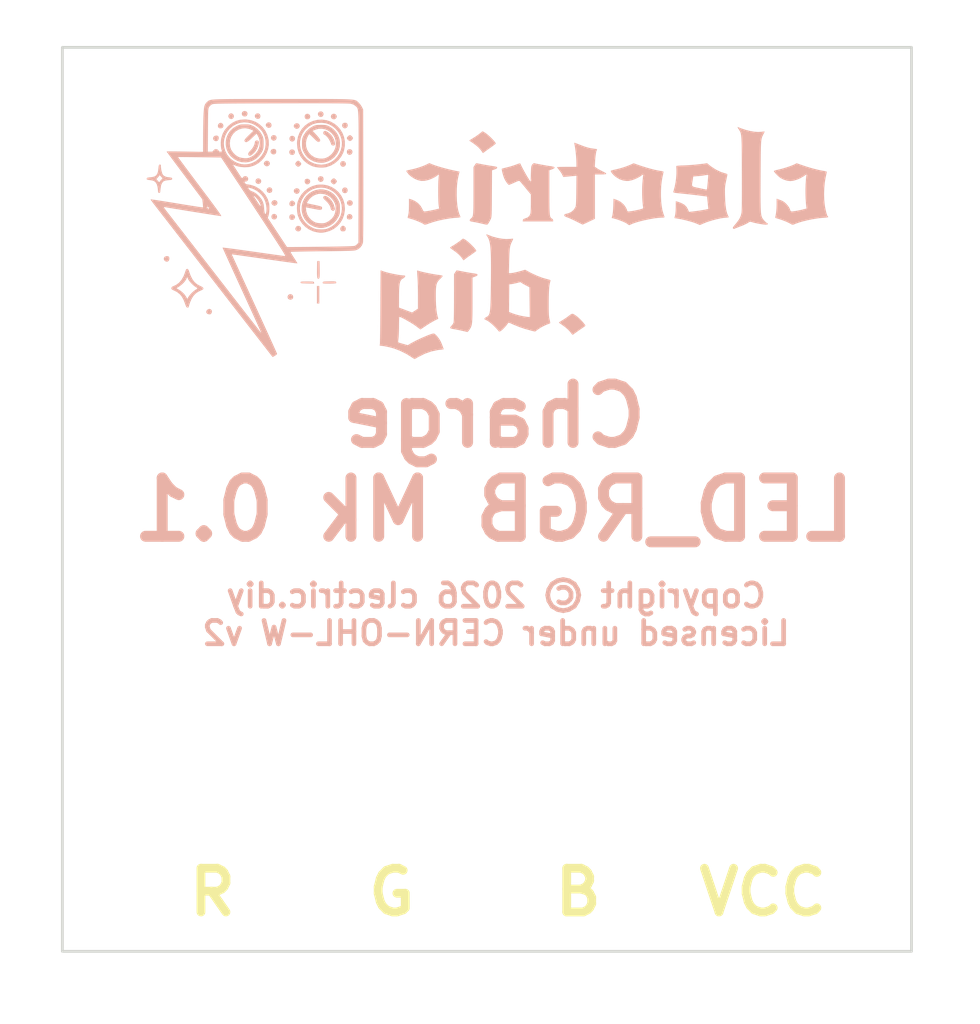
<source format=kicad_pcb>
(kicad_pcb (version 20241229) (generator "pcbnew") (generator_version "9.0")
  (title_block (title "Charge LED_RGB") (date "2026-02-20") (rev "Mk 0.1") (company "clectric.diy") (comment 1 "Copyright © 2026 clectric.diy Licensed under CERN-OHL-W v2") (comment 2 "Charles H. Leggett"))
  (layers (0 "F.Cu" signal "Front") (2 "B.Cu" signal "Back") (13 "F.Paste" user) (15 "B.Paste" user) (5 "F.SilkS" user "F.Silkscreen") (7 "B.SilkS" user "B.Silkscreen") (1 "F.Mask" user) (3 "B.Mask" user) (25 "Edge.Cuts" user))
  (net 0 "")
  (net 1 "GND")
  (footprint "LOGO" (layer "B.Cu") (at 94.747148 81.335978 180)
    (property "Reference" "G***" (hide yes))
    (property "Value" "LOGO" (hide yes))
  )
  (gr_rect (start 88.79 78.86) (end 100.63 91.46) (stroke (width 0.0381)) (fill no) (layer "Edge.Cuts"))
  (gr_text "VCC" (at 99.507 90.992 0) (layer "F.SilkS") (effects (font (size 0.6096 0.6096) (thickness 0.12192) (bold yes)) (justify right bottom)))
  (gr_text "G" (at 93.767 90.992 0) (layer "F.SilkS") (effects (font (size 0.6096 0.6096) (thickness 0.12192) (bold yes)) (justify right bottom)))
  (gr_text "R\n" (at 91.267 90.992 0) (layer "F.SilkS") (effects (font (size 0.6096 0.6096) (thickness 0.12192) (bold yes)) (justify right bottom)))
  (gr_text "B" (at 96.367 90.992 0) (layer "F.SilkS") (effects (font (size 0.6096 0.6096) (thickness 0.12192) (bold yes)) (justify right bottom)))
  (gr_text "Charge\nLED_RGB Mk 0.1" (at 94.807 85.782 0) (layer "B.SilkS") (effects (font (size 0.8128 0.8128) (thickness 0.1524) (bold yes)) (justify bottom mirror)))
  (gr_text "Copyright © 2026 clectric.diy\nLicensed under CERN-OHL-W v2" (at 94.837 87.216 0) (layer "B.SilkS") (effects (font (size 0.32512 0.32512) (thickness 0.065024) (bold yes)) (justify bottom mirror)))
)
</source>
